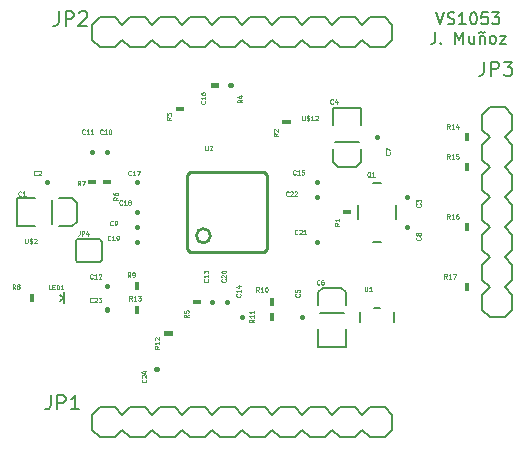
<source format=gbr>
%TF.GenerationSoftware,KiCad,Pcbnew,5.1.8-db9833491~87~ubuntu18.04.1*%
%TF.CreationDate,2020-11-08T14:36:31-03:00*%
%TF.ProjectId,DCI_TP,4443495f-5450-42e6-9b69-6361645f7063,1.0*%
%TF.SameCoordinates,Original*%
%TF.FileFunction,Legend,Top*%
%TF.FilePolarity,Positive*%
%FSLAX46Y46*%
G04 Gerber Fmt 4.6, Leading zero omitted, Abs format (unit mm)*
G04 Created by KiCad (PCBNEW 5.1.8-db9833491~87~ubuntu18.04.1) date 2020-11-08 14:36:31*
%MOMM*%
%LPD*%
G01*
G04 APERTURE LIST*
%ADD10C,0.150000*%
%ADD11C,0.203200*%
%ADD12C,0.254000*%
%ADD13C,0.100000*%
%ADD14C,0.152400*%
%ADD15C,0.406400*%
%ADD16C,0.127000*%
%ADD17C,0.032512*%
G04 APERTURE END LIST*
D10*
X163685714Y-86827380D02*
X164019047Y-87827380D01*
X164352380Y-86827380D01*
X164638095Y-87779761D02*
X164780952Y-87827380D01*
X165019047Y-87827380D01*
X165114285Y-87779761D01*
X165161904Y-87732142D01*
X165209523Y-87636904D01*
X165209523Y-87541666D01*
X165161904Y-87446428D01*
X165114285Y-87398809D01*
X165019047Y-87351190D01*
X164828571Y-87303571D01*
X164733333Y-87255952D01*
X164685714Y-87208333D01*
X164638095Y-87113095D01*
X164638095Y-87017857D01*
X164685714Y-86922619D01*
X164733333Y-86875000D01*
X164828571Y-86827380D01*
X165066666Y-86827380D01*
X165209523Y-86875000D01*
X166161904Y-87827380D02*
X165590476Y-87827380D01*
X165876190Y-87827380D02*
X165876190Y-86827380D01*
X165780952Y-86970238D01*
X165685714Y-87065476D01*
X165590476Y-87113095D01*
X166780952Y-86827380D02*
X166876190Y-86827380D01*
X166971428Y-86875000D01*
X167019047Y-86922619D01*
X167066666Y-87017857D01*
X167114285Y-87208333D01*
X167114285Y-87446428D01*
X167066666Y-87636904D01*
X167019047Y-87732142D01*
X166971428Y-87779761D01*
X166876190Y-87827380D01*
X166780952Y-87827380D01*
X166685714Y-87779761D01*
X166638095Y-87732142D01*
X166590476Y-87636904D01*
X166542857Y-87446428D01*
X166542857Y-87208333D01*
X166590476Y-87017857D01*
X166638095Y-86922619D01*
X166685714Y-86875000D01*
X166780952Y-86827380D01*
X168019047Y-86827380D02*
X167542857Y-86827380D01*
X167495238Y-87303571D01*
X167542857Y-87255952D01*
X167638095Y-87208333D01*
X167876190Y-87208333D01*
X167971428Y-87255952D01*
X168019047Y-87303571D01*
X168066666Y-87398809D01*
X168066666Y-87636904D01*
X168019047Y-87732142D01*
X167971428Y-87779761D01*
X167876190Y-87827380D01*
X167638095Y-87827380D01*
X167542857Y-87779761D01*
X167495238Y-87732142D01*
X168400000Y-86827380D02*
X169019047Y-86827380D01*
X168685714Y-87208333D01*
X168828571Y-87208333D01*
X168923809Y-87255952D01*
X168971428Y-87303571D01*
X169019047Y-87398809D01*
X169019047Y-87636904D01*
X168971428Y-87732142D01*
X168923809Y-87779761D01*
X168828571Y-87827380D01*
X168542857Y-87827380D01*
X168447619Y-87779761D01*
X168400000Y-87732142D01*
X163590476Y-88477380D02*
X163590476Y-89191666D01*
X163542857Y-89334523D01*
X163447619Y-89429761D01*
X163304761Y-89477380D01*
X163209523Y-89477380D01*
X164066666Y-89382142D02*
X164114285Y-89429761D01*
X164066666Y-89477380D01*
X164019047Y-89429761D01*
X164066666Y-89382142D01*
X164066666Y-89477380D01*
X165304761Y-89477380D02*
X165304761Y-88477380D01*
X165638095Y-89191666D01*
X165971428Y-88477380D01*
X165971428Y-89477380D01*
X166876190Y-88810714D02*
X166876190Y-89477380D01*
X166447619Y-88810714D02*
X166447619Y-89334523D01*
X166495238Y-89429761D01*
X166590476Y-89477380D01*
X166733333Y-89477380D01*
X166828571Y-89429761D01*
X166876190Y-89382142D01*
X167352380Y-88810714D02*
X167352380Y-89477380D01*
X167352380Y-88905952D02*
X167400000Y-88858333D01*
X167495238Y-88810714D01*
X167638095Y-88810714D01*
X167733333Y-88858333D01*
X167780952Y-88953571D01*
X167780952Y-89477380D01*
X167304761Y-88572619D02*
X167352380Y-88525000D01*
X167447619Y-88477380D01*
X167638095Y-88572619D01*
X167733333Y-88525000D01*
X167780952Y-88477380D01*
X168400000Y-89477380D02*
X168304761Y-89429761D01*
X168257142Y-89382142D01*
X168209523Y-89286904D01*
X168209523Y-89001190D01*
X168257142Y-88905952D01*
X168304761Y-88858333D01*
X168400000Y-88810714D01*
X168542857Y-88810714D01*
X168638095Y-88858333D01*
X168685714Y-88905952D01*
X168733333Y-89001190D01*
X168733333Y-89286904D01*
X168685714Y-89382142D01*
X168638095Y-89429761D01*
X168542857Y-89477380D01*
X168400000Y-89477380D01*
X169066666Y-88810714D02*
X169590476Y-88810714D01*
X169066666Y-89477380D01*
X169590476Y-89477380D01*
D11*
%TO.C,Q1*%
X157061000Y-104334000D02*
X157061000Y-103134000D01*
X158361000Y-101234000D02*
X158961000Y-101234000D01*
X160261000Y-103134000D02*
X160261000Y-104334000D01*
X158361000Y-106234000D02*
X158961000Y-106234000D01*
D12*
%TO.C,U2*%
X142586000Y-100634000D02*
X142861000Y-100359000D01*
X142861000Y-100359000D02*
X149061000Y-100359000D01*
X149061000Y-100359000D02*
X149336000Y-100634000D01*
X149336000Y-100634000D02*
X149336000Y-106834000D01*
X149336000Y-106834000D02*
X149061000Y-107109000D01*
X149061000Y-107109000D02*
X142861000Y-107109000D01*
X142861000Y-107109000D02*
X142586000Y-106834000D01*
X142586000Y-106834000D02*
X142586000Y-100634000D01*
X144561000Y-105734000D02*
G75*
G03*
X144561000Y-105734000I-600000J0D01*
G01*
D11*
%TO.C,U1*%
X160083400Y-112194600D02*
X160083400Y-113053400D01*
X157238600Y-113053400D02*
X157238600Y-112194600D01*
X158392600Y-111813600D02*
X158929400Y-111813600D01*
D13*
%TO.C,R17*%
G36*
X166077800Y-110439600D02*
G01*
X166484200Y-110439600D01*
X166484200Y-109728400D01*
X166077800Y-109728400D01*
X166077800Y-110439600D01*
G37*
%TO.C,R16*%
G36*
X166077800Y-105359600D02*
G01*
X166484200Y-105359600D01*
X166484200Y-104648400D01*
X166077800Y-104648400D01*
X166077800Y-105359600D01*
G37*
%TO.C,R15*%
G36*
X166077800Y-100279200D02*
G01*
X166484200Y-100279200D01*
X166484200Y-99568000D01*
X166077800Y-99568000D01*
X166077800Y-100279200D01*
G37*
%TO.C,R14*%
G36*
X166077800Y-97739200D02*
G01*
X166484200Y-97739200D01*
X166484200Y-97028000D01*
X166077800Y-97028000D01*
X166077800Y-97739200D01*
G37*
%TO.C,R13*%
G36*
X138544200Y-111644400D02*
G01*
X138137800Y-111644400D01*
X138137800Y-112355600D01*
X138544200Y-112355600D01*
X138544200Y-111644400D01*
G37*
%TO.C,R12*%
G36*
X140644400Y-113796800D02*
G01*
X140644400Y-114203200D01*
X141355600Y-114203200D01*
X141355600Y-113796800D01*
X140644400Y-113796800D01*
G37*
%TO.C,R11*%
G36*
X149974200Y-112268400D02*
G01*
X149567800Y-112268400D01*
X149567800Y-112979600D01*
X149974200Y-112979600D01*
X149974200Y-112268400D01*
G37*
%TO.C,R10*%
G36*
X149974200Y-110998400D02*
G01*
X149567800Y-110998400D01*
X149567800Y-111709600D01*
X149974200Y-111709600D01*
X149974200Y-110998400D01*
G37*
%TO.C,R9*%
G36*
X138544200Y-109644400D02*
G01*
X138137800Y-109644400D01*
X138137800Y-110355600D01*
X138544200Y-110355600D01*
X138544200Y-109644400D01*
G37*
%TO.C,R8*%
G36*
X129654200Y-110644400D02*
G01*
X129247800Y-110644400D01*
X129247800Y-111355600D01*
X129654200Y-111355600D01*
X129654200Y-110644400D01*
G37*
%TO.C,R7*%
G36*
X134175400Y-100990800D02*
G01*
X134175400Y-101397200D01*
X134886600Y-101397200D01*
X134886600Y-100990800D01*
X134175400Y-100990800D01*
G37*
%TO.C,R6*%
G36*
X135445400Y-100990800D02*
G01*
X135445400Y-101397200D01*
X136156600Y-101397200D01*
X136156600Y-100990800D01*
X135445400Y-100990800D01*
G37*
%TO.C,R5*%
G36*
X143776600Y-111557200D02*
G01*
X143776600Y-111150800D01*
X143065400Y-111150800D01*
X143065400Y-111557200D01*
X143776600Y-111557200D01*
G37*
%TO.C,R4*%
G36*
X144605400Y-92796800D02*
G01*
X144605400Y-93203200D01*
X145316600Y-93203200D01*
X145316600Y-92796800D01*
X144605400Y-92796800D01*
G37*
%TO.C,R3*%
G36*
X141644400Y-94796800D02*
G01*
X141644400Y-95203200D01*
X142355600Y-95203200D01*
X142355600Y-94796800D01*
X141644400Y-94796800D01*
G37*
%TO.C,R2*%
G36*
X151355600Y-96316800D02*
G01*
X151355600Y-95910400D01*
X150644400Y-95910400D01*
X150644400Y-96316800D01*
X151355600Y-96316800D01*
G37*
%TO.C,R1*%
G36*
X156476600Y-103937200D02*
G01*
X156476600Y-103530800D01*
X155765400Y-103530800D01*
X155765400Y-103937200D01*
X156476600Y-103937200D01*
G37*
D11*
%TO.C,LED1*%
X132170000Y-111460000D02*
X132170000Y-111000000D01*
X132170000Y-110540000D02*
X132170000Y-111000000D01*
X132170000Y-111000000D02*
X131860000Y-111233800D01*
X132154600Y-110974600D02*
X131860000Y-110781600D01*
D14*
%TO.C,JP4*%
X135050000Y-108000000D02*
X133450000Y-108000000D01*
X135350000Y-107750000D02*
X135350000Y-106250000D01*
X133150000Y-107750000D02*
X133150000Y-106250000D01*
X133450000Y-106000000D02*
X135050000Y-106000000D01*
X135350000Y-107750000D02*
G75*
G02*
X135050000Y-108000000I-275000J25000D01*
G01*
X133450002Y-108000000D02*
G75*
G02*
X133150000Y-107750000I-25251J274701D01*
G01*
X133450000Y-106000000D02*
G75*
G03*
X133150000Y-106250000I-25000J-275000D01*
G01*
X135350000Y-106250000D02*
G75*
G03*
X135050000Y-106000000I-275000J-25000D01*
G01*
D11*
%TO.C,JP3*%
X167551000Y-96749000D02*
X167551000Y-95479000D01*
X167551000Y-95479000D02*
X168186000Y-94844000D01*
X169456000Y-94844000D02*
X170091000Y-95479000D01*
X168186000Y-99924000D02*
X167551000Y-99289000D01*
X167551000Y-99289000D02*
X167551000Y-98019000D01*
X167551000Y-98019000D02*
X168186000Y-97384000D01*
X169456000Y-97384000D02*
X170091000Y-98019000D01*
X170091000Y-98019000D02*
X170091000Y-99289000D01*
X170091000Y-99289000D02*
X169456000Y-99924000D01*
X167551000Y-96749000D02*
X168186000Y-97384000D01*
X169456000Y-97384000D02*
X170091000Y-96749000D01*
X170091000Y-95479000D02*
X170091000Y-96749000D01*
X167551000Y-104369000D02*
X167551000Y-103099000D01*
X167551000Y-103099000D02*
X168186000Y-102464000D01*
X169456000Y-102464000D02*
X170091000Y-103099000D01*
X168186000Y-102464000D02*
X167551000Y-101829000D01*
X167551000Y-101829000D02*
X167551000Y-100559000D01*
X167551000Y-100559000D02*
X168186000Y-99924000D01*
X169456000Y-99924000D02*
X170091000Y-100559000D01*
X170091000Y-100559000D02*
X170091000Y-101829000D01*
X170091000Y-101829000D02*
X169456000Y-102464000D01*
X168186000Y-107544000D02*
X167551000Y-106909000D01*
X167551000Y-106909000D02*
X167551000Y-105639000D01*
X167551000Y-105639000D02*
X168186000Y-105004000D01*
X169456000Y-105004000D02*
X170091000Y-105639000D01*
X170091000Y-105639000D02*
X170091000Y-106909000D01*
X170091000Y-106909000D02*
X169456000Y-107544000D01*
X167551000Y-104369000D02*
X168186000Y-105004000D01*
X169456000Y-105004000D02*
X170091000Y-104369000D01*
X170091000Y-103099000D02*
X170091000Y-104369000D01*
X167551000Y-111989000D02*
X167551000Y-110719000D01*
X167551000Y-110719000D02*
X168186000Y-110084000D01*
X169456000Y-110084000D02*
X170091000Y-110719000D01*
X168186000Y-110084000D02*
X167551000Y-109449000D01*
X167551000Y-109449000D02*
X167551000Y-108179000D01*
X167551000Y-108179000D02*
X168186000Y-107544000D01*
X169456000Y-107544000D02*
X170091000Y-108179000D01*
X170091000Y-108179000D02*
X170091000Y-109449000D01*
X170091000Y-109449000D02*
X169456000Y-110084000D01*
X168186000Y-112624000D02*
X169456000Y-112624000D01*
X167551000Y-111989000D02*
X168186000Y-112624000D01*
X169456000Y-112624000D02*
X170091000Y-111989000D01*
X170091000Y-110719000D02*
X170091000Y-111989000D01*
X168186000Y-94844000D02*
X169456000Y-94844000D01*
%TO.C,JP2*%
X150406000Y-87223600D02*
X151676000Y-87223600D01*
X151676000Y-87223600D02*
X152311000Y-87858600D01*
X152311000Y-89128600D02*
X151676000Y-89763600D01*
X147231000Y-87858600D02*
X147866000Y-87223600D01*
X147866000Y-87223600D02*
X149136000Y-87223600D01*
X149136000Y-87223600D02*
X149771000Y-87858600D01*
X149771000Y-89128600D02*
X149136000Y-89763600D01*
X149136000Y-89763600D02*
X147866000Y-89763600D01*
X147866000Y-89763600D02*
X147231000Y-89128600D01*
X150406000Y-87223600D02*
X149771000Y-87858600D01*
X149771000Y-89128600D02*
X150406000Y-89763600D01*
X151676000Y-89763600D02*
X150406000Y-89763600D01*
X142786000Y-87223600D02*
X144056000Y-87223600D01*
X144056000Y-87223600D02*
X144691000Y-87858600D01*
X144691000Y-89128600D02*
X144056000Y-89763600D01*
X144691000Y-87858600D02*
X145326000Y-87223600D01*
X145326000Y-87223600D02*
X146596000Y-87223600D01*
X146596000Y-87223600D02*
X147231000Y-87858600D01*
X147231000Y-89128600D02*
X146596000Y-89763600D01*
X146596000Y-89763600D02*
X145326000Y-89763600D01*
X145326000Y-89763600D02*
X144691000Y-89128600D01*
X139611000Y-87858600D02*
X140246000Y-87223600D01*
X140246000Y-87223600D02*
X141516000Y-87223600D01*
X141516000Y-87223600D02*
X142151000Y-87858600D01*
X142151000Y-89128600D02*
X141516000Y-89763600D01*
X141516000Y-89763600D02*
X140246000Y-89763600D01*
X140246000Y-89763600D02*
X139611000Y-89128600D01*
X142786000Y-87223600D02*
X142151000Y-87858600D01*
X142151000Y-89128600D02*
X142786000Y-89763600D01*
X144056000Y-89763600D02*
X142786000Y-89763600D01*
X135166000Y-87223600D02*
X136436000Y-87223600D01*
X136436000Y-87223600D02*
X137071000Y-87858600D01*
X137071000Y-89128600D02*
X136436000Y-89763600D01*
X137071000Y-87858600D02*
X137706000Y-87223600D01*
X137706000Y-87223600D02*
X138976000Y-87223600D01*
X138976000Y-87223600D02*
X139611000Y-87858600D01*
X139611000Y-89128600D02*
X138976000Y-89763600D01*
X138976000Y-89763600D02*
X137706000Y-89763600D01*
X137706000Y-89763600D02*
X137071000Y-89128600D01*
X134531000Y-87858600D02*
X134531000Y-89128600D01*
X135166000Y-87223600D02*
X134531000Y-87858600D01*
X134531000Y-89128600D02*
X135166000Y-89763600D01*
X136436000Y-89763600D02*
X135166000Y-89763600D01*
X152946000Y-87223600D02*
X154216000Y-87223600D01*
X154216000Y-87223600D02*
X154851000Y-87858600D01*
X154851000Y-89128600D02*
X154216000Y-89763600D01*
X152946000Y-87223600D02*
X152311000Y-87858600D01*
X152311000Y-89128600D02*
X152946000Y-89763600D01*
X154216000Y-89763600D02*
X152946000Y-89763600D01*
X155486000Y-87223600D02*
X156756000Y-87223600D01*
X156756000Y-87223600D02*
X157391000Y-87858600D01*
X157391000Y-89128600D02*
X156756000Y-89763600D01*
X155486000Y-87223600D02*
X154851000Y-87858600D01*
X154851000Y-89128600D02*
X155486000Y-89763600D01*
X156756000Y-89763600D02*
X155486000Y-89763600D01*
X158026000Y-87223600D02*
X159296000Y-87223600D01*
X159296000Y-87223600D02*
X159931000Y-87858600D01*
X159931000Y-87858600D02*
X159931000Y-89128600D01*
X159931000Y-89128600D02*
X159296000Y-89763600D01*
X158026000Y-87223600D02*
X157391000Y-87858600D01*
X157391000Y-89128600D02*
X158026000Y-89763600D01*
X159296000Y-89763600D02*
X158026000Y-89763600D01*
%TO.C,JP1*%
X144056000Y-122784000D02*
X142786000Y-122784000D01*
X142786000Y-122784000D02*
X142151000Y-122149000D01*
X142151000Y-120879000D02*
X142786000Y-120244000D01*
X147231000Y-122149000D02*
X146596000Y-122784000D01*
X146596000Y-122784000D02*
X145326000Y-122784000D01*
X145326000Y-122784000D02*
X144691000Y-122149000D01*
X144691000Y-120879000D02*
X145326000Y-120244000D01*
X145326000Y-120244000D02*
X146596000Y-120244000D01*
X146596000Y-120244000D02*
X147231000Y-120879000D01*
X144056000Y-122784000D02*
X144691000Y-122149000D01*
X144691000Y-120879000D02*
X144056000Y-120244000D01*
X142786000Y-120244000D02*
X144056000Y-120244000D01*
X151676000Y-122784000D02*
X150406000Y-122784000D01*
X150406000Y-122784000D02*
X149771000Y-122149000D01*
X149771000Y-120879000D02*
X150406000Y-120244000D01*
X149771000Y-122149000D02*
X149136000Y-122784000D01*
X149136000Y-122784000D02*
X147866000Y-122784000D01*
X147866000Y-122784000D02*
X147231000Y-122149000D01*
X147231000Y-120879000D02*
X147866000Y-120244000D01*
X147866000Y-120244000D02*
X149136000Y-120244000D01*
X149136000Y-120244000D02*
X149771000Y-120879000D01*
X154851000Y-122149000D02*
X154216000Y-122784000D01*
X154216000Y-122784000D02*
X152946000Y-122784000D01*
X152946000Y-122784000D02*
X152311000Y-122149000D01*
X152311000Y-120879000D02*
X152946000Y-120244000D01*
X152946000Y-120244000D02*
X154216000Y-120244000D01*
X154216000Y-120244000D02*
X154851000Y-120879000D01*
X151676000Y-122784000D02*
X152311000Y-122149000D01*
X152311000Y-120879000D02*
X151676000Y-120244000D01*
X150406000Y-120244000D02*
X151676000Y-120244000D01*
X159296000Y-122784000D02*
X158026000Y-122784000D01*
X158026000Y-122784000D02*
X157391000Y-122149000D01*
X157391000Y-120879000D02*
X158026000Y-120244000D01*
X157391000Y-122149000D02*
X156756000Y-122784000D01*
X156756000Y-122784000D02*
X155486000Y-122784000D01*
X155486000Y-122784000D02*
X154851000Y-122149000D01*
X154851000Y-120879000D02*
X155486000Y-120244000D01*
X155486000Y-120244000D02*
X156756000Y-120244000D01*
X156756000Y-120244000D02*
X157391000Y-120879000D01*
X159931000Y-122149000D02*
X159931000Y-120879000D01*
X159296000Y-122784000D02*
X159931000Y-122149000D01*
X159931000Y-120879000D02*
X159296000Y-120244000D01*
X158026000Y-120244000D02*
X159296000Y-120244000D01*
X141516000Y-122784000D02*
X140246000Y-122784000D01*
X140246000Y-122784000D02*
X139611000Y-122149000D01*
X139611000Y-120879000D02*
X140246000Y-120244000D01*
X141516000Y-122784000D02*
X142151000Y-122149000D01*
X142151000Y-120879000D02*
X141516000Y-120244000D01*
X140246000Y-120244000D02*
X141516000Y-120244000D01*
X138976000Y-122784000D02*
X137706000Y-122784000D01*
X137706000Y-122784000D02*
X137071000Y-122149000D01*
X137071000Y-120879000D02*
X137706000Y-120244000D01*
X138976000Y-122784000D02*
X139611000Y-122149000D01*
X139611000Y-120879000D02*
X138976000Y-120244000D01*
X137706000Y-120244000D02*
X138976000Y-120244000D01*
X136436000Y-122784000D02*
X135166000Y-122784000D01*
X135166000Y-122784000D02*
X134531000Y-122149000D01*
X134531000Y-122149000D02*
X134531000Y-120879000D01*
X134531000Y-120879000D02*
X135166000Y-120244000D01*
X136436000Y-122784000D02*
X137071000Y-122149000D01*
X137071000Y-120879000D02*
X136436000Y-120244000D01*
X135166000Y-120244000D02*
X136436000Y-120244000D01*
D15*
%TO.C,C24*%
X140030500Y-117000000D02*
X139969500Y-117000000D01*
%TO.C,C23*%
X135801000Y-112030500D02*
X135801000Y-111969500D01*
%TO.C,C22*%
X153581000Y-102433500D02*
X153581000Y-102494500D01*
%TO.C,C21*%
X153581000Y-106243500D02*
X153581000Y-106304500D01*
%TO.C,C20*%
X145991500Y-111354000D02*
X145930500Y-111354000D01*
%TO.C,C19*%
X138341000Y-106304500D02*
X138341000Y-106243500D01*
%TO.C,C18*%
X138341000Y-103764500D02*
X138341000Y-103703500D01*
%TO.C,C17*%
X138341000Y-101224500D02*
X138341000Y-101163500D01*
%TO.C,C16*%
X146200500Y-93000000D02*
X146261500Y-93000000D01*
%TO.C,C15*%
X153581000Y-101163500D02*
X153581000Y-101224500D01*
%TO.C,C14*%
X147261500Y-112624000D02*
X147200500Y-112624000D01*
%TO.C,C13*%
X144721500Y-111354000D02*
X144660500Y-111354000D01*
%TO.C,C12*%
X135801000Y-110030500D02*
X135801000Y-109969500D01*
%TO.C,C11*%
X134500500Y-98653600D02*
X134561500Y-98653600D01*
%TO.C,C10*%
X135770500Y-98653600D02*
X135831500Y-98653600D01*
%TO.C,C9*%
X138341000Y-104973500D02*
X138341000Y-105034500D01*
%TO.C,C8*%
X161231500Y-105004000D02*
X161170500Y-105004000D01*
%TO.C,C7*%
X158630500Y-97383600D02*
X158691500Y-97383600D01*
D11*
%TO.C,C6*%
X156051000Y-113624000D02*
X156051000Y-115124000D01*
X156051000Y-115124000D02*
X153651000Y-115124000D01*
X153651000Y-115124000D02*
X153651000Y-113624000D01*
X156051000Y-111624000D02*
X156051000Y-110524000D01*
X156051000Y-110524000D02*
X155651000Y-110124000D01*
X155651000Y-110124000D02*
X154051000Y-110124000D01*
X154051000Y-110124000D02*
X153651000Y-110524000D01*
X153651000Y-110524000D02*
X153651000Y-111624000D01*
D16*
X153835000Y-112243000D02*
X155867000Y-112243000D01*
D15*
%TO.C,C5*%
X152341500Y-112624000D02*
X152280500Y-112624000D01*
D11*
%TO.C,C4*%
X154921000Y-96383600D02*
X154921000Y-94883600D01*
X154921000Y-94883600D02*
X157321000Y-94883600D01*
X157321000Y-94883600D02*
X157321000Y-96383600D01*
X154921000Y-98383600D02*
X154921000Y-99483600D01*
X154921000Y-99483600D02*
X155321000Y-99883600D01*
X155321000Y-99883600D02*
X156921000Y-99883600D01*
X156921000Y-99883600D02*
X157321000Y-99483600D01*
X157321000Y-99483600D02*
X157321000Y-98383600D01*
D16*
X157137000Y-97764600D02*
X155105000Y-97764600D01*
D15*
%TO.C,C3*%
X161231500Y-102464000D02*
X161170500Y-102464000D01*
%TO.C,C2*%
X130721000Y-101224500D02*
X130721000Y-101163500D01*
D11*
%TO.C,C1*%
X129721000Y-104934000D02*
X128221000Y-104934000D01*
X128221000Y-104934000D02*
X128221000Y-102534000D01*
X128221000Y-102534000D02*
X129721000Y-102534000D01*
X131721000Y-104934000D02*
X132821000Y-104934000D01*
X132821000Y-104934000D02*
X133221000Y-104534000D01*
X133221000Y-104534000D02*
X133221000Y-102934000D01*
X133221000Y-102934000D02*
X132821000Y-102534000D01*
X132821000Y-102534000D02*
X131721000Y-102534000D01*
D16*
X131102000Y-102718000D02*
X131102000Y-104750000D01*
%TO.C,Q1*%
D17*
X158120443Y-100768384D02*
X158083673Y-100750000D01*
X158046904Y-100713230D01*
X157991749Y-100658076D01*
X157954980Y-100639691D01*
X157918210Y-100639691D01*
X157936595Y-100731615D02*
X157899826Y-100713230D01*
X157863056Y-100676460D01*
X157844671Y-100602921D01*
X157844671Y-100474228D01*
X157863056Y-100400689D01*
X157899826Y-100363920D01*
X157936595Y-100345535D01*
X158010134Y-100345535D01*
X158046904Y-100363920D01*
X158083673Y-100400689D01*
X158102058Y-100474228D01*
X158102058Y-100602921D01*
X158083673Y-100676460D01*
X158046904Y-100713230D01*
X158010134Y-100731615D01*
X157936595Y-100731615D01*
X158469753Y-100731615D02*
X158249136Y-100731615D01*
X158359445Y-100731615D02*
X158359445Y-100345535D01*
X158322675Y-100400689D01*
X158285906Y-100437459D01*
X158249136Y-100455843D01*
%TO.C,U$12*%
X152313056Y-95581615D02*
X152313056Y-95894156D01*
X152331441Y-95930925D01*
X152349826Y-95949310D01*
X152386595Y-95967695D01*
X152460134Y-95967695D01*
X152496904Y-95949310D01*
X152515288Y-95930925D01*
X152533673Y-95894156D01*
X152533673Y-95581615D01*
X152699136Y-95949310D02*
X152754290Y-95967695D01*
X152846214Y-95967695D01*
X152882984Y-95949310D01*
X152901368Y-95930925D01*
X152919753Y-95894156D01*
X152919753Y-95857386D01*
X152901368Y-95820617D01*
X152882984Y-95802232D01*
X152846214Y-95783847D01*
X152772675Y-95765462D01*
X152735906Y-95747078D01*
X152717521Y-95728693D01*
X152699136Y-95691923D01*
X152699136Y-95655154D01*
X152717521Y-95618384D01*
X152735906Y-95600000D01*
X152772675Y-95581615D01*
X152864599Y-95581615D01*
X152919753Y-95600000D01*
X152809445Y-95526460D02*
X152809445Y-96022849D01*
X153287448Y-95967695D02*
X153066831Y-95967695D01*
X153177140Y-95967695D02*
X153177140Y-95581615D01*
X153140370Y-95636769D01*
X153103601Y-95673539D01*
X153066831Y-95691923D01*
X153434527Y-95618384D02*
X153452911Y-95600000D01*
X153489681Y-95581615D01*
X153581605Y-95581615D01*
X153618374Y-95600000D01*
X153636759Y-95618384D01*
X153655144Y-95655154D01*
X153655144Y-95691923D01*
X153636759Y-95747078D01*
X153416142Y-95967695D01*
X153655144Y-95967695D01*
%TO.C,U$2*%
X128863056Y-105981615D02*
X128863056Y-106294156D01*
X128881441Y-106330925D01*
X128899826Y-106349310D01*
X128936595Y-106367695D01*
X129010134Y-106367695D01*
X129046904Y-106349310D01*
X129065288Y-106330925D01*
X129083673Y-106294156D01*
X129083673Y-105981615D01*
X129249136Y-106349310D02*
X129304290Y-106367695D01*
X129396214Y-106367695D01*
X129432984Y-106349310D01*
X129451368Y-106330925D01*
X129469753Y-106294156D01*
X129469753Y-106257386D01*
X129451368Y-106220617D01*
X129432984Y-106202232D01*
X129396214Y-106183847D01*
X129322675Y-106165462D01*
X129285906Y-106147078D01*
X129267521Y-106128693D01*
X129249136Y-106091923D01*
X129249136Y-106055154D01*
X129267521Y-106018384D01*
X129285906Y-106000000D01*
X129322675Y-105981615D01*
X129414599Y-105981615D01*
X129469753Y-106000000D01*
X129359445Y-105926460D02*
X129359445Y-106422849D01*
X129616831Y-106018384D02*
X129635216Y-106000000D01*
X129671986Y-105981615D01*
X129763909Y-105981615D01*
X129800679Y-106000000D01*
X129819064Y-106018384D01*
X129837448Y-106055154D01*
X129837448Y-106091923D01*
X129819064Y-106147078D01*
X129598447Y-106367695D01*
X129837448Y-106367695D01*
%TO.C,U2*%
X144113056Y-98095535D02*
X144113056Y-98408076D01*
X144131441Y-98444845D01*
X144149826Y-98463230D01*
X144186595Y-98481615D01*
X144260134Y-98481615D01*
X144296904Y-98463230D01*
X144315288Y-98444845D01*
X144333673Y-98408076D01*
X144333673Y-98095535D01*
X144499136Y-98132304D02*
X144517521Y-98113920D01*
X144554290Y-98095535D01*
X144646214Y-98095535D01*
X144682984Y-98113920D01*
X144701368Y-98132304D01*
X144719753Y-98169074D01*
X144719753Y-98205843D01*
X144701368Y-98260998D01*
X144480751Y-98481615D01*
X144719753Y-98481615D01*
%TO.C,U1*%
X157613056Y-110060535D02*
X157613056Y-110373076D01*
X157631441Y-110409845D01*
X157649826Y-110428230D01*
X157686595Y-110446615D01*
X157760134Y-110446615D01*
X157796904Y-110428230D01*
X157815288Y-110409845D01*
X157833673Y-110373076D01*
X157833673Y-110060535D01*
X158219753Y-110446615D02*
X157999136Y-110446615D01*
X158109445Y-110446615D02*
X158109445Y-110060535D01*
X158072675Y-110115689D01*
X158035906Y-110152459D01*
X157999136Y-110170843D01*
%TO.C,R17*%
X164583673Y-109367115D02*
X164454980Y-109183267D01*
X164363056Y-109367115D02*
X164363056Y-108981035D01*
X164510134Y-108981035D01*
X164546904Y-108999420D01*
X164565288Y-109017804D01*
X164583673Y-109054574D01*
X164583673Y-109109728D01*
X164565288Y-109146498D01*
X164546904Y-109164882D01*
X164510134Y-109183267D01*
X164363056Y-109183267D01*
X164951368Y-109367115D02*
X164730751Y-109367115D01*
X164841060Y-109367115D02*
X164841060Y-108981035D01*
X164804290Y-109036189D01*
X164767521Y-109072959D01*
X164730751Y-109091343D01*
X165080062Y-108981035D02*
X165337448Y-108981035D01*
X165171986Y-109367115D01*
%TO.C,R16*%
X164833673Y-104287115D02*
X164704980Y-104103267D01*
X164613056Y-104287115D02*
X164613056Y-103901035D01*
X164760134Y-103901035D01*
X164796904Y-103919420D01*
X164815288Y-103937804D01*
X164833673Y-103974574D01*
X164833673Y-104029728D01*
X164815288Y-104066498D01*
X164796904Y-104084882D01*
X164760134Y-104103267D01*
X164613056Y-104103267D01*
X165201368Y-104287115D02*
X164980751Y-104287115D01*
X165091060Y-104287115D02*
X165091060Y-103901035D01*
X165054290Y-103956189D01*
X165017521Y-103992959D01*
X164980751Y-104011343D01*
X165532294Y-103901035D02*
X165458755Y-103901035D01*
X165421986Y-103919420D01*
X165403601Y-103937804D01*
X165366831Y-103992959D01*
X165348447Y-104066498D01*
X165348447Y-104213576D01*
X165366831Y-104250345D01*
X165385216Y-104268730D01*
X165421986Y-104287115D01*
X165495525Y-104287115D01*
X165532294Y-104268730D01*
X165550679Y-104250345D01*
X165569064Y-104213576D01*
X165569064Y-104121652D01*
X165550679Y-104084882D01*
X165532294Y-104066498D01*
X165495525Y-104048113D01*
X165421986Y-104048113D01*
X165385216Y-104066498D01*
X165366831Y-104084882D01*
X165348447Y-104121652D01*
%TO.C,R15*%
X164833673Y-99206715D02*
X164704980Y-99022867D01*
X164613056Y-99206715D02*
X164613056Y-98820635D01*
X164760134Y-98820635D01*
X164796904Y-98839020D01*
X164815288Y-98857404D01*
X164833673Y-98894174D01*
X164833673Y-98949328D01*
X164815288Y-98986098D01*
X164796904Y-99004482D01*
X164760134Y-99022867D01*
X164613056Y-99022867D01*
X165201368Y-99206715D02*
X164980751Y-99206715D01*
X165091060Y-99206715D02*
X165091060Y-98820635D01*
X165054290Y-98875789D01*
X165017521Y-98912559D01*
X164980751Y-98930943D01*
X165550679Y-98820635D02*
X165366831Y-98820635D01*
X165348447Y-99004482D01*
X165366831Y-98986098D01*
X165403601Y-98967713D01*
X165495525Y-98967713D01*
X165532294Y-98986098D01*
X165550679Y-99004482D01*
X165569064Y-99041252D01*
X165569064Y-99133176D01*
X165550679Y-99169945D01*
X165532294Y-99188330D01*
X165495525Y-99206715D01*
X165403601Y-99206715D01*
X165366831Y-99188330D01*
X165348447Y-99169945D01*
%TO.C,R14*%
X164833673Y-96666715D02*
X164704980Y-96482867D01*
X164613056Y-96666715D02*
X164613056Y-96280635D01*
X164760134Y-96280635D01*
X164796904Y-96299020D01*
X164815288Y-96317404D01*
X164833673Y-96354174D01*
X164833673Y-96409328D01*
X164815288Y-96446098D01*
X164796904Y-96464482D01*
X164760134Y-96482867D01*
X164613056Y-96482867D01*
X165201368Y-96666715D02*
X164980751Y-96666715D01*
X165091060Y-96666715D02*
X165091060Y-96280635D01*
X165054290Y-96335789D01*
X165017521Y-96372559D01*
X164980751Y-96390943D01*
X165532294Y-96409328D02*
X165532294Y-96666715D01*
X165440370Y-96262250D02*
X165348447Y-96538021D01*
X165587448Y-96538021D01*
%TO.C,R13*%
X137919937Y-111231615D02*
X137791244Y-111047767D01*
X137699320Y-111231615D02*
X137699320Y-110845535D01*
X137846398Y-110845535D01*
X137883168Y-110863920D01*
X137901552Y-110882304D01*
X137919937Y-110919074D01*
X137919937Y-110974228D01*
X137901552Y-111010998D01*
X137883168Y-111029382D01*
X137846398Y-111047767D01*
X137699320Y-111047767D01*
X138287632Y-111231615D02*
X138067015Y-111231615D01*
X138177324Y-111231615D02*
X138177324Y-110845535D01*
X138140554Y-110900689D01*
X138103785Y-110937459D01*
X138067015Y-110955843D01*
X138416326Y-110845535D02*
X138655328Y-110845535D01*
X138526634Y-110992613D01*
X138581789Y-110992613D01*
X138618558Y-111010998D01*
X138636943Y-111029382D01*
X138655328Y-111066152D01*
X138655328Y-111158076D01*
X138636943Y-111194845D01*
X138618558Y-111213230D01*
X138581789Y-111231615D01*
X138471480Y-111231615D01*
X138434711Y-111213230D01*
X138416326Y-111194845D01*
%TO.C,R12*%
X140231615Y-115080062D02*
X140047767Y-115208755D01*
X140231615Y-115300679D02*
X139845535Y-115300679D01*
X139845535Y-115153601D01*
X139863920Y-115116831D01*
X139882304Y-115098447D01*
X139919074Y-115080062D01*
X139974228Y-115080062D01*
X140010998Y-115098447D01*
X140029382Y-115116831D01*
X140047767Y-115153601D01*
X140047767Y-115300679D01*
X140231615Y-114712367D02*
X140231615Y-114932984D01*
X140231615Y-114822675D02*
X139845535Y-114822675D01*
X139900689Y-114859445D01*
X139937459Y-114896214D01*
X139955843Y-114932984D01*
X139882304Y-114565288D02*
X139863920Y-114546904D01*
X139845535Y-114510134D01*
X139845535Y-114418210D01*
X139863920Y-114381441D01*
X139882304Y-114363056D01*
X139919074Y-114344671D01*
X139955843Y-114344671D01*
X140010998Y-114363056D01*
X140231615Y-114583673D01*
X140231615Y-114344671D01*
%TO.C,R11*%
X148231615Y-112830062D02*
X148047767Y-112958755D01*
X148231615Y-113050679D02*
X147845535Y-113050679D01*
X147845535Y-112903601D01*
X147863920Y-112866831D01*
X147882304Y-112848447D01*
X147919074Y-112830062D01*
X147974228Y-112830062D01*
X148010998Y-112848447D01*
X148029382Y-112866831D01*
X148047767Y-112903601D01*
X148047767Y-113050679D01*
X148231615Y-112462367D02*
X148231615Y-112682984D01*
X148231615Y-112572675D02*
X147845535Y-112572675D01*
X147900689Y-112609445D01*
X147937459Y-112646214D01*
X147955843Y-112682984D01*
X148231615Y-112094671D02*
X148231615Y-112315288D01*
X148231615Y-112204980D02*
X147845535Y-112204980D01*
X147900689Y-112241749D01*
X147937459Y-112278519D01*
X147955843Y-112315288D01*
%TO.C,R10*%
X148669937Y-110481615D02*
X148541244Y-110297767D01*
X148449320Y-110481615D02*
X148449320Y-110095535D01*
X148596398Y-110095535D01*
X148633168Y-110113920D01*
X148651552Y-110132304D01*
X148669937Y-110169074D01*
X148669937Y-110224228D01*
X148651552Y-110260998D01*
X148633168Y-110279382D01*
X148596398Y-110297767D01*
X148449320Y-110297767D01*
X149037632Y-110481615D02*
X148817015Y-110481615D01*
X148927324Y-110481615D02*
X148927324Y-110095535D01*
X148890554Y-110150689D01*
X148853785Y-110187459D01*
X148817015Y-110205843D01*
X149276634Y-110095535D02*
X149313404Y-110095535D01*
X149350173Y-110113920D01*
X149368558Y-110132304D01*
X149386943Y-110169074D01*
X149405328Y-110242613D01*
X149405328Y-110334537D01*
X149386943Y-110408076D01*
X149368558Y-110444845D01*
X149350173Y-110463230D01*
X149313404Y-110481615D01*
X149276634Y-110481615D01*
X149239865Y-110463230D01*
X149221480Y-110444845D01*
X149203095Y-110408076D01*
X149184711Y-110334537D01*
X149184711Y-110242613D01*
X149203095Y-110169074D01*
X149221480Y-110132304D01*
X149239865Y-110113920D01*
X149276634Y-110095535D01*
%TO.C,R9*%
X137787632Y-109231615D02*
X137658939Y-109047767D01*
X137567015Y-109231615D02*
X137567015Y-108845535D01*
X137714093Y-108845535D01*
X137750863Y-108863920D01*
X137769248Y-108882304D01*
X137787632Y-108919074D01*
X137787632Y-108974228D01*
X137769248Y-109010998D01*
X137750863Y-109029382D01*
X137714093Y-109047767D01*
X137567015Y-109047767D01*
X137971480Y-109231615D02*
X138045019Y-109231615D01*
X138081789Y-109213230D01*
X138100173Y-109194845D01*
X138136943Y-109139691D01*
X138155328Y-109066152D01*
X138155328Y-108919074D01*
X138136943Y-108882304D01*
X138118558Y-108863920D01*
X138081789Y-108845535D01*
X138008250Y-108845535D01*
X137971480Y-108863920D01*
X137953095Y-108882304D01*
X137934711Y-108919074D01*
X137934711Y-109010998D01*
X137953095Y-109047767D01*
X137971480Y-109066152D01*
X138008250Y-109084537D01*
X138081789Y-109084537D01*
X138118558Y-109066152D01*
X138136943Y-109047767D01*
X138155328Y-109010998D01*
%TO.C,R8*%
X128037632Y-110231615D02*
X127908939Y-110047767D01*
X127817015Y-110231615D02*
X127817015Y-109845535D01*
X127964093Y-109845535D01*
X128000863Y-109863920D01*
X128019248Y-109882304D01*
X128037632Y-109919074D01*
X128037632Y-109974228D01*
X128019248Y-110010998D01*
X128000863Y-110029382D01*
X127964093Y-110047767D01*
X127817015Y-110047767D01*
X128258250Y-110010998D02*
X128221480Y-109992613D01*
X128203095Y-109974228D01*
X128184711Y-109937459D01*
X128184711Y-109919074D01*
X128203095Y-109882304D01*
X128221480Y-109863920D01*
X128258250Y-109845535D01*
X128331789Y-109845535D01*
X128368558Y-109863920D01*
X128386943Y-109882304D01*
X128405328Y-109919074D01*
X128405328Y-109937459D01*
X128386943Y-109974228D01*
X128368558Y-109992613D01*
X128331789Y-110010998D01*
X128258250Y-110010998D01*
X128221480Y-110029382D01*
X128203095Y-110047767D01*
X128184711Y-110084537D01*
X128184711Y-110158076D01*
X128203095Y-110194845D01*
X128221480Y-110213230D01*
X128258250Y-110231615D01*
X128331789Y-110231615D01*
X128368558Y-110213230D01*
X128386943Y-110194845D01*
X128405328Y-110158076D01*
X128405328Y-110084537D01*
X128386943Y-110047767D01*
X128368558Y-110029382D01*
X128331789Y-110010998D01*
%TO.C,R7*%
X133537632Y-101481615D02*
X133408939Y-101297767D01*
X133317015Y-101481615D02*
X133317015Y-101095535D01*
X133464093Y-101095535D01*
X133500863Y-101113920D01*
X133519248Y-101132304D01*
X133537632Y-101169074D01*
X133537632Y-101224228D01*
X133519248Y-101260998D01*
X133500863Y-101279382D01*
X133464093Y-101297767D01*
X133317015Y-101297767D01*
X133666326Y-101095535D02*
X133923712Y-101095535D01*
X133758250Y-101481615D01*
%TO.C,R6*%
X136731615Y-102462367D02*
X136547767Y-102591060D01*
X136731615Y-102682984D02*
X136345535Y-102682984D01*
X136345535Y-102535906D01*
X136363920Y-102499136D01*
X136382304Y-102480751D01*
X136419074Y-102462367D01*
X136474228Y-102462367D01*
X136510998Y-102480751D01*
X136529382Y-102499136D01*
X136547767Y-102535906D01*
X136547767Y-102682984D01*
X136345535Y-102131441D02*
X136345535Y-102204980D01*
X136363920Y-102241749D01*
X136382304Y-102260134D01*
X136437459Y-102296904D01*
X136510998Y-102315288D01*
X136658076Y-102315288D01*
X136694845Y-102296904D01*
X136713230Y-102278519D01*
X136731615Y-102241749D01*
X136731615Y-102168210D01*
X136713230Y-102131441D01*
X136694845Y-102113056D01*
X136658076Y-102094671D01*
X136566152Y-102094671D01*
X136529382Y-102113056D01*
X136510998Y-102131441D01*
X136492613Y-102168210D01*
X136492613Y-102241749D01*
X136510998Y-102278519D01*
X136529382Y-102296904D01*
X136566152Y-102315288D01*
%TO.C,R5*%
X142704115Y-112416326D02*
X142520267Y-112545019D01*
X142704115Y-112636943D02*
X142318035Y-112636943D01*
X142318035Y-112489865D01*
X142336420Y-112453095D01*
X142354804Y-112434711D01*
X142391574Y-112416326D01*
X142446728Y-112416326D01*
X142483498Y-112434711D01*
X142501882Y-112453095D01*
X142520267Y-112489865D01*
X142520267Y-112636943D01*
X142318035Y-112067015D02*
X142318035Y-112250863D01*
X142501882Y-112269248D01*
X142483498Y-112250863D01*
X142465113Y-112214093D01*
X142465113Y-112122170D01*
X142483498Y-112085400D01*
X142501882Y-112067015D01*
X142538652Y-112048631D01*
X142630576Y-112048631D01*
X142667345Y-112067015D01*
X142685730Y-112085400D01*
X142704115Y-112122170D01*
X142704115Y-112214093D01*
X142685730Y-112250863D01*
X142667345Y-112269248D01*
%TO.C,R4*%
X147231615Y-94212367D02*
X147047767Y-94341060D01*
X147231615Y-94432984D02*
X146845535Y-94432984D01*
X146845535Y-94285906D01*
X146863920Y-94249136D01*
X146882304Y-94230751D01*
X146919074Y-94212367D01*
X146974228Y-94212367D01*
X147010998Y-94230751D01*
X147029382Y-94249136D01*
X147047767Y-94285906D01*
X147047767Y-94432984D01*
X146974228Y-93881441D02*
X147231615Y-93881441D01*
X146827150Y-93973365D02*
X147102921Y-94065288D01*
X147102921Y-93826287D01*
%TO.C,R3*%
X141231615Y-95712367D02*
X141047767Y-95841060D01*
X141231615Y-95932984D02*
X140845535Y-95932984D01*
X140845535Y-95785906D01*
X140863920Y-95749136D01*
X140882304Y-95730751D01*
X140919074Y-95712367D01*
X140974228Y-95712367D01*
X141010998Y-95730751D01*
X141029382Y-95749136D01*
X141047767Y-95785906D01*
X141047767Y-95932984D01*
X140845535Y-95583673D02*
X140845535Y-95344671D01*
X140992613Y-95473365D01*
X140992613Y-95418210D01*
X141010998Y-95381441D01*
X141029382Y-95363056D01*
X141066152Y-95344671D01*
X141158076Y-95344671D01*
X141194845Y-95363056D01*
X141213230Y-95381441D01*
X141231615Y-95418210D01*
X141231615Y-95528519D01*
X141213230Y-95565288D01*
X141194845Y-95583673D01*
%TO.C,R2*%
X150283115Y-97066326D02*
X150099267Y-97195019D01*
X150283115Y-97286943D02*
X149897035Y-97286943D01*
X149897035Y-97139865D01*
X149915420Y-97103095D01*
X149933804Y-97084711D01*
X149970574Y-97066326D01*
X150025728Y-97066326D01*
X150062498Y-97084711D01*
X150080882Y-97103095D01*
X150099267Y-97139865D01*
X150099267Y-97286943D01*
X149933804Y-96919248D02*
X149915420Y-96900863D01*
X149897035Y-96864093D01*
X149897035Y-96772170D01*
X149915420Y-96735400D01*
X149933804Y-96717015D01*
X149970574Y-96698631D01*
X150007343Y-96698631D01*
X150062498Y-96717015D01*
X150283115Y-96937632D01*
X150283115Y-96698631D01*
%TO.C,R1*%
X155481615Y-104666326D02*
X155297767Y-104795019D01*
X155481615Y-104886943D02*
X155095535Y-104886943D01*
X155095535Y-104739865D01*
X155113920Y-104703095D01*
X155132304Y-104684711D01*
X155169074Y-104666326D01*
X155224228Y-104666326D01*
X155260998Y-104684711D01*
X155279382Y-104703095D01*
X155297767Y-104739865D01*
X155297767Y-104886943D01*
X155481615Y-104298631D02*
X155481615Y-104519248D01*
X155481615Y-104408939D02*
X155095535Y-104408939D01*
X155150689Y-104445709D01*
X155187459Y-104482478D01*
X155205843Y-104519248D01*
%TO.C,LED1*%
X131046904Y-110283115D02*
X130863056Y-110283115D01*
X130863056Y-109897035D01*
X131175597Y-110080882D02*
X131304290Y-110080882D01*
X131359445Y-110283115D02*
X131175597Y-110283115D01*
X131175597Y-109897035D01*
X131359445Y-109897035D01*
X131524908Y-110283115D02*
X131524908Y-109897035D01*
X131616831Y-109897035D01*
X131671986Y-109915420D01*
X131708755Y-109952189D01*
X131727140Y-109988959D01*
X131745525Y-110062498D01*
X131745525Y-110117652D01*
X131727140Y-110191191D01*
X131708755Y-110227960D01*
X131671986Y-110264730D01*
X131616831Y-110283115D01*
X131524908Y-110283115D01*
X132113220Y-110283115D02*
X131892603Y-110283115D01*
X132002911Y-110283115D02*
X132002911Y-109897035D01*
X131966142Y-109952189D01*
X131929372Y-109988959D01*
X131892603Y-110007343D01*
%TO.C,JP4*%
X133473365Y-105345535D02*
X133473365Y-105621306D01*
X133454980Y-105676460D01*
X133418210Y-105713230D01*
X133363056Y-105731615D01*
X133326287Y-105731615D01*
X133657212Y-105731615D02*
X133657212Y-105345535D01*
X133804290Y-105345535D01*
X133841060Y-105363920D01*
X133859445Y-105382304D01*
X133877829Y-105419074D01*
X133877829Y-105474228D01*
X133859445Y-105510998D01*
X133841060Y-105529382D01*
X133804290Y-105547767D01*
X133657212Y-105547767D01*
X134208755Y-105474228D02*
X134208755Y-105731615D01*
X134116831Y-105327150D02*
X134024908Y-105602921D01*
X134263909Y-105602921D01*
%TO.C,JP3*%
D16*
X167714526Y-90986047D02*
X167714526Y-91847833D01*
X167657073Y-92020190D01*
X167542169Y-92135095D01*
X167369811Y-92192547D01*
X167254907Y-92192547D01*
X168289050Y-92192547D02*
X168289050Y-90986047D01*
X168748669Y-90986047D01*
X168863573Y-91043500D01*
X168921026Y-91100952D01*
X168978478Y-91215857D01*
X168978478Y-91388214D01*
X168921026Y-91503119D01*
X168863573Y-91560571D01*
X168748669Y-91618023D01*
X168289050Y-91618023D01*
X169380645Y-90986047D02*
X170127526Y-90986047D01*
X169725359Y-91445666D01*
X169897716Y-91445666D01*
X170012621Y-91503119D01*
X170070073Y-91560571D01*
X170127526Y-91675476D01*
X170127526Y-91962738D01*
X170070073Y-92077642D01*
X170012621Y-92135095D01*
X169897716Y-92192547D01*
X169553002Y-92192547D01*
X169438097Y-92135095D01*
X169380645Y-92077642D01*
%TO.C,JP2*%
X131714526Y-86736047D02*
X131714526Y-87597833D01*
X131657073Y-87770190D01*
X131542169Y-87885095D01*
X131369811Y-87942547D01*
X131254907Y-87942547D01*
X132289050Y-87942547D02*
X132289050Y-86736047D01*
X132748669Y-86736047D01*
X132863573Y-86793500D01*
X132921026Y-86850952D01*
X132978478Y-86965857D01*
X132978478Y-87138214D01*
X132921026Y-87253119D01*
X132863573Y-87310571D01*
X132748669Y-87368023D01*
X132289050Y-87368023D01*
X133438097Y-86850952D02*
X133495550Y-86793500D01*
X133610454Y-86736047D01*
X133897716Y-86736047D01*
X134012621Y-86793500D01*
X134070073Y-86850952D01*
X134127526Y-86965857D01*
X134127526Y-87080761D01*
X134070073Y-87253119D01*
X133380645Y-87942547D01*
X134127526Y-87942547D01*
%TO.C,JP1*%
X131024640Y-119236047D02*
X131024640Y-120097833D01*
X130967188Y-120270190D01*
X130852283Y-120385095D01*
X130679926Y-120442547D01*
X130565021Y-120442547D01*
X131599164Y-120442547D02*
X131599164Y-119236047D01*
X132058783Y-119236047D01*
X132173688Y-119293500D01*
X132231140Y-119350952D01*
X132288592Y-119465857D01*
X132288592Y-119638214D01*
X132231140Y-119753119D01*
X132173688Y-119810571D01*
X132058783Y-119868023D01*
X131599164Y-119868023D01*
X133437640Y-120442547D02*
X132748211Y-120442547D01*
X133092926Y-120442547D02*
X133092926Y-119236047D01*
X132978021Y-119408404D01*
X132863116Y-119523309D01*
X132748211Y-119580761D01*
%TO.C,C24*%
D17*
X139080925Y-117916326D02*
X139099310Y-117934711D01*
X139117695Y-117989865D01*
X139117695Y-118026634D01*
X139099310Y-118081789D01*
X139062540Y-118118558D01*
X139025771Y-118136943D01*
X138952232Y-118155328D01*
X138897078Y-118155328D01*
X138823539Y-118136943D01*
X138786769Y-118118558D01*
X138750000Y-118081789D01*
X138731615Y-118026634D01*
X138731615Y-117989865D01*
X138750000Y-117934711D01*
X138768384Y-117916326D01*
X138768384Y-117769248D02*
X138750000Y-117750863D01*
X138731615Y-117714093D01*
X138731615Y-117622170D01*
X138750000Y-117585400D01*
X138768384Y-117567015D01*
X138805154Y-117548631D01*
X138841923Y-117548631D01*
X138897078Y-117567015D01*
X139117695Y-117787632D01*
X139117695Y-117548631D01*
X138860308Y-117217705D02*
X139117695Y-117217705D01*
X138713230Y-117309629D02*
X138989001Y-117401552D01*
X138989001Y-117162551D01*
%TO.C,C23*%
X134583673Y-111330925D02*
X134565288Y-111349310D01*
X134510134Y-111367695D01*
X134473365Y-111367695D01*
X134418210Y-111349310D01*
X134381441Y-111312540D01*
X134363056Y-111275771D01*
X134344671Y-111202232D01*
X134344671Y-111147078D01*
X134363056Y-111073539D01*
X134381441Y-111036769D01*
X134418210Y-111000000D01*
X134473365Y-110981615D01*
X134510134Y-110981615D01*
X134565288Y-111000000D01*
X134583673Y-111018384D01*
X134730751Y-111018384D02*
X134749136Y-111000000D01*
X134785906Y-110981615D01*
X134877829Y-110981615D01*
X134914599Y-111000000D01*
X134932984Y-111018384D01*
X134951368Y-111055154D01*
X134951368Y-111091923D01*
X134932984Y-111147078D01*
X134712367Y-111367695D01*
X134951368Y-111367695D01*
X135080062Y-110981615D02*
X135319064Y-110981615D01*
X135190370Y-111128693D01*
X135245525Y-111128693D01*
X135282294Y-111147078D01*
X135300679Y-111165462D01*
X135319064Y-111202232D01*
X135319064Y-111294156D01*
X135300679Y-111330925D01*
X135282294Y-111349310D01*
X135245525Y-111367695D01*
X135135216Y-111367695D01*
X135098447Y-111349310D01*
X135080062Y-111330925D01*
%TO.C,C22*%
X151169937Y-102330925D02*
X151151552Y-102349310D01*
X151096398Y-102367695D01*
X151059629Y-102367695D01*
X151004474Y-102349310D01*
X150967705Y-102312540D01*
X150949320Y-102275771D01*
X150930935Y-102202232D01*
X150930935Y-102147078D01*
X150949320Y-102073539D01*
X150967705Y-102036769D01*
X151004474Y-102000000D01*
X151059629Y-101981615D01*
X151096398Y-101981615D01*
X151151552Y-102000000D01*
X151169937Y-102018384D01*
X151317015Y-102018384D02*
X151335400Y-102000000D01*
X151372170Y-101981615D01*
X151464093Y-101981615D01*
X151500863Y-102000000D01*
X151519248Y-102018384D01*
X151537632Y-102055154D01*
X151537632Y-102091923D01*
X151519248Y-102147078D01*
X151298631Y-102367695D01*
X151537632Y-102367695D01*
X151684711Y-102018384D02*
X151703095Y-102000000D01*
X151739865Y-101981615D01*
X151831789Y-101981615D01*
X151868558Y-102000000D01*
X151886943Y-102018384D01*
X151905328Y-102055154D01*
X151905328Y-102091923D01*
X151886943Y-102147078D01*
X151666326Y-102367695D01*
X151905328Y-102367695D01*
%TO.C,C21*%
X151919937Y-105580925D02*
X151901552Y-105599310D01*
X151846398Y-105617695D01*
X151809629Y-105617695D01*
X151754474Y-105599310D01*
X151717705Y-105562540D01*
X151699320Y-105525771D01*
X151680935Y-105452232D01*
X151680935Y-105397078D01*
X151699320Y-105323539D01*
X151717705Y-105286769D01*
X151754474Y-105250000D01*
X151809629Y-105231615D01*
X151846398Y-105231615D01*
X151901552Y-105250000D01*
X151919937Y-105268384D01*
X152067015Y-105268384D02*
X152085400Y-105250000D01*
X152122170Y-105231615D01*
X152214093Y-105231615D01*
X152250863Y-105250000D01*
X152269248Y-105268384D01*
X152287632Y-105305154D01*
X152287632Y-105341923D01*
X152269248Y-105397078D01*
X152048631Y-105617695D01*
X152287632Y-105617695D01*
X152655328Y-105617695D02*
X152434711Y-105617695D01*
X152545019Y-105617695D02*
X152545019Y-105231615D01*
X152508250Y-105286769D01*
X152471480Y-105323539D01*
X152434711Y-105341923D01*
%TO.C,C20*%
X145830925Y-109416326D02*
X145849310Y-109434711D01*
X145867695Y-109489865D01*
X145867695Y-109526634D01*
X145849310Y-109581789D01*
X145812540Y-109618558D01*
X145775771Y-109636943D01*
X145702232Y-109655328D01*
X145647078Y-109655328D01*
X145573539Y-109636943D01*
X145536769Y-109618558D01*
X145500000Y-109581789D01*
X145481615Y-109526634D01*
X145481615Y-109489865D01*
X145500000Y-109434711D01*
X145518384Y-109416326D01*
X145518384Y-109269248D02*
X145500000Y-109250863D01*
X145481615Y-109214093D01*
X145481615Y-109122170D01*
X145500000Y-109085400D01*
X145518384Y-109067015D01*
X145555154Y-109048631D01*
X145591923Y-109048631D01*
X145647078Y-109067015D01*
X145867695Y-109287632D01*
X145867695Y-109048631D01*
X145481615Y-108809629D02*
X145481615Y-108772859D01*
X145500000Y-108736090D01*
X145518384Y-108717705D01*
X145555154Y-108699320D01*
X145628693Y-108680935D01*
X145720617Y-108680935D01*
X145794156Y-108699320D01*
X145830925Y-108717705D01*
X145849310Y-108736090D01*
X145867695Y-108772859D01*
X145867695Y-108809629D01*
X145849310Y-108846398D01*
X145830925Y-108864783D01*
X145794156Y-108883168D01*
X145720617Y-108901552D01*
X145628693Y-108901552D01*
X145555154Y-108883168D01*
X145518384Y-108864783D01*
X145500000Y-108846398D01*
X145481615Y-108809629D01*
%TO.C,C19*%
X136083673Y-106080925D02*
X136065288Y-106099310D01*
X136010134Y-106117695D01*
X135973365Y-106117695D01*
X135918210Y-106099310D01*
X135881441Y-106062540D01*
X135863056Y-106025771D01*
X135844671Y-105952232D01*
X135844671Y-105897078D01*
X135863056Y-105823539D01*
X135881441Y-105786769D01*
X135918210Y-105750000D01*
X135973365Y-105731615D01*
X136010134Y-105731615D01*
X136065288Y-105750000D01*
X136083673Y-105768384D01*
X136451368Y-106117695D02*
X136230751Y-106117695D01*
X136341060Y-106117695D02*
X136341060Y-105731615D01*
X136304290Y-105786769D01*
X136267521Y-105823539D01*
X136230751Y-105841923D01*
X136635216Y-106117695D02*
X136708755Y-106117695D01*
X136745525Y-106099310D01*
X136763909Y-106080925D01*
X136800679Y-106025771D01*
X136819064Y-105952232D01*
X136819064Y-105805154D01*
X136800679Y-105768384D01*
X136782294Y-105750000D01*
X136745525Y-105731615D01*
X136671986Y-105731615D01*
X136635216Y-105750000D01*
X136616831Y-105768384D01*
X136598447Y-105805154D01*
X136598447Y-105897078D01*
X136616831Y-105933847D01*
X136635216Y-105952232D01*
X136671986Y-105970617D01*
X136745525Y-105970617D01*
X136782294Y-105952232D01*
X136800679Y-105933847D01*
X136819064Y-105897078D01*
%TO.C,C18*%
X137083673Y-103080925D02*
X137065288Y-103099310D01*
X137010134Y-103117695D01*
X136973365Y-103117695D01*
X136918210Y-103099310D01*
X136881441Y-103062540D01*
X136863056Y-103025771D01*
X136844671Y-102952232D01*
X136844671Y-102897078D01*
X136863056Y-102823539D01*
X136881441Y-102786769D01*
X136918210Y-102750000D01*
X136973365Y-102731615D01*
X137010134Y-102731615D01*
X137065288Y-102750000D01*
X137083673Y-102768384D01*
X137451368Y-103117695D02*
X137230751Y-103117695D01*
X137341060Y-103117695D02*
X137341060Y-102731615D01*
X137304290Y-102786769D01*
X137267521Y-102823539D01*
X137230751Y-102841923D01*
X137671986Y-102897078D02*
X137635216Y-102878693D01*
X137616831Y-102860308D01*
X137598447Y-102823539D01*
X137598447Y-102805154D01*
X137616831Y-102768384D01*
X137635216Y-102750000D01*
X137671986Y-102731615D01*
X137745525Y-102731615D01*
X137782294Y-102750000D01*
X137800679Y-102768384D01*
X137819064Y-102805154D01*
X137819064Y-102823539D01*
X137800679Y-102860308D01*
X137782294Y-102878693D01*
X137745525Y-102897078D01*
X137671986Y-102897078D01*
X137635216Y-102915462D01*
X137616831Y-102933847D01*
X137598447Y-102970617D01*
X137598447Y-103044156D01*
X137616831Y-103080925D01*
X137635216Y-103099310D01*
X137671986Y-103117695D01*
X137745525Y-103117695D01*
X137782294Y-103099310D01*
X137800679Y-103080925D01*
X137819064Y-103044156D01*
X137819064Y-102970617D01*
X137800679Y-102933847D01*
X137782294Y-102915462D01*
X137745525Y-102897078D01*
%TO.C,C17*%
X137833673Y-100580925D02*
X137815288Y-100599310D01*
X137760134Y-100617695D01*
X137723365Y-100617695D01*
X137668210Y-100599310D01*
X137631441Y-100562540D01*
X137613056Y-100525771D01*
X137594671Y-100452232D01*
X137594671Y-100397078D01*
X137613056Y-100323539D01*
X137631441Y-100286769D01*
X137668210Y-100250000D01*
X137723365Y-100231615D01*
X137760134Y-100231615D01*
X137815288Y-100250000D01*
X137833673Y-100268384D01*
X138201368Y-100617695D02*
X137980751Y-100617695D01*
X138091060Y-100617695D02*
X138091060Y-100231615D01*
X138054290Y-100286769D01*
X138017521Y-100323539D01*
X137980751Y-100341923D01*
X138330062Y-100231615D02*
X138587448Y-100231615D01*
X138421986Y-100617695D01*
%TO.C,C16*%
X144080925Y-94330062D02*
X144099310Y-94348447D01*
X144117695Y-94403601D01*
X144117695Y-94440370D01*
X144099310Y-94495525D01*
X144062540Y-94532294D01*
X144025771Y-94550679D01*
X143952232Y-94569064D01*
X143897078Y-94569064D01*
X143823539Y-94550679D01*
X143786769Y-94532294D01*
X143750000Y-94495525D01*
X143731615Y-94440370D01*
X143731615Y-94403601D01*
X143750000Y-94348447D01*
X143768384Y-94330062D01*
X144117695Y-93962367D02*
X144117695Y-94182984D01*
X144117695Y-94072675D02*
X143731615Y-94072675D01*
X143786769Y-94109445D01*
X143823539Y-94146214D01*
X143841923Y-94182984D01*
X143731615Y-93631441D02*
X143731615Y-93704980D01*
X143750000Y-93741749D01*
X143768384Y-93760134D01*
X143823539Y-93796904D01*
X143897078Y-93815288D01*
X144044156Y-93815288D01*
X144080925Y-93796904D01*
X144099310Y-93778519D01*
X144117695Y-93741749D01*
X144117695Y-93668210D01*
X144099310Y-93631441D01*
X144080925Y-93613056D01*
X144044156Y-93594671D01*
X143952232Y-93594671D01*
X143915462Y-93613056D01*
X143897078Y-93631441D01*
X143878693Y-93668210D01*
X143878693Y-93741749D01*
X143897078Y-93778519D01*
X143915462Y-93796904D01*
X143952232Y-93815288D01*
%TO.C,C15*%
X151769937Y-100530925D02*
X151751552Y-100549310D01*
X151696398Y-100567695D01*
X151659629Y-100567695D01*
X151604474Y-100549310D01*
X151567705Y-100512540D01*
X151549320Y-100475771D01*
X151530935Y-100402232D01*
X151530935Y-100347078D01*
X151549320Y-100273539D01*
X151567705Y-100236769D01*
X151604474Y-100200000D01*
X151659629Y-100181615D01*
X151696398Y-100181615D01*
X151751552Y-100200000D01*
X151769937Y-100218384D01*
X152137632Y-100567695D02*
X151917015Y-100567695D01*
X152027324Y-100567695D02*
X152027324Y-100181615D01*
X151990554Y-100236769D01*
X151953785Y-100273539D01*
X151917015Y-100291923D01*
X152486943Y-100181615D02*
X152303095Y-100181615D01*
X152284711Y-100365462D01*
X152303095Y-100347078D01*
X152339865Y-100328693D01*
X152431789Y-100328693D01*
X152468558Y-100347078D01*
X152486943Y-100365462D01*
X152505328Y-100402232D01*
X152505328Y-100494156D01*
X152486943Y-100530925D01*
X152468558Y-100549310D01*
X152431789Y-100567695D01*
X152339865Y-100567695D01*
X152303095Y-100549310D01*
X152284711Y-100530925D01*
%TO.C,C14*%
X147080925Y-110666326D02*
X147099310Y-110684711D01*
X147117695Y-110739865D01*
X147117695Y-110776634D01*
X147099310Y-110831789D01*
X147062540Y-110868558D01*
X147025771Y-110886943D01*
X146952232Y-110905328D01*
X146897078Y-110905328D01*
X146823539Y-110886943D01*
X146786769Y-110868558D01*
X146750000Y-110831789D01*
X146731615Y-110776634D01*
X146731615Y-110739865D01*
X146750000Y-110684711D01*
X146768384Y-110666326D01*
X147117695Y-110298631D02*
X147117695Y-110519248D01*
X147117695Y-110408939D02*
X146731615Y-110408939D01*
X146786769Y-110445709D01*
X146823539Y-110482478D01*
X146841923Y-110519248D01*
X146860308Y-109967705D02*
X147117695Y-109967705D01*
X146713230Y-110059629D02*
X146989001Y-110151552D01*
X146989001Y-109912551D01*
%TO.C,C13*%
X144330925Y-109416326D02*
X144349310Y-109434711D01*
X144367695Y-109489865D01*
X144367695Y-109526634D01*
X144349310Y-109581789D01*
X144312540Y-109618558D01*
X144275771Y-109636943D01*
X144202232Y-109655328D01*
X144147078Y-109655328D01*
X144073539Y-109636943D01*
X144036769Y-109618558D01*
X144000000Y-109581789D01*
X143981615Y-109526634D01*
X143981615Y-109489865D01*
X144000000Y-109434711D01*
X144018384Y-109416326D01*
X144367695Y-109048631D02*
X144367695Y-109269248D01*
X144367695Y-109158939D02*
X143981615Y-109158939D01*
X144036769Y-109195709D01*
X144073539Y-109232478D01*
X144091923Y-109269248D01*
X143981615Y-108919937D02*
X143981615Y-108680935D01*
X144128693Y-108809629D01*
X144128693Y-108754474D01*
X144147078Y-108717705D01*
X144165462Y-108699320D01*
X144202232Y-108680935D01*
X144294156Y-108680935D01*
X144330925Y-108699320D01*
X144349310Y-108717705D01*
X144367695Y-108754474D01*
X144367695Y-108864783D01*
X144349310Y-108901552D01*
X144330925Y-108919937D01*
%TO.C,C12*%
X134583673Y-109330925D02*
X134565288Y-109349310D01*
X134510134Y-109367695D01*
X134473365Y-109367695D01*
X134418210Y-109349310D01*
X134381441Y-109312540D01*
X134363056Y-109275771D01*
X134344671Y-109202232D01*
X134344671Y-109147078D01*
X134363056Y-109073539D01*
X134381441Y-109036769D01*
X134418210Y-109000000D01*
X134473365Y-108981615D01*
X134510134Y-108981615D01*
X134565288Y-109000000D01*
X134583673Y-109018384D01*
X134951368Y-109367695D02*
X134730751Y-109367695D01*
X134841060Y-109367695D02*
X134841060Y-108981615D01*
X134804290Y-109036769D01*
X134767521Y-109073539D01*
X134730751Y-109091923D01*
X135098447Y-109018384D02*
X135116831Y-109000000D01*
X135153601Y-108981615D01*
X135245525Y-108981615D01*
X135282294Y-109000000D01*
X135300679Y-109018384D01*
X135319064Y-109055154D01*
X135319064Y-109091923D01*
X135300679Y-109147078D01*
X135080062Y-109367695D01*
X135319064Y-109367695D01*
%TO.C,C11*%
X133919937Y-97080925D02*
X133901552Y-97099310D01*
X133846398Y-97117695D01*
X133809629Y-97117695D01*
X133754474Y-97099310D01*
X133717705Y-97062540D01*
X133699320Y-97025771D01*
X133680935Y-96952232D01*
X133680935Y-96897078D01*
X133699320Y-96823539D01*
X133717705Y-96786769D01*
X133754474Y-96750000D01*
X133809629Y-96731615D01*
X133846398Y-96731615D01*
X133901552Y-96750000D01*
X133919937Y-96768384D01*
X134287632Y-97117695D02*
X134067015Y-97117695D01*
X134177324Y-97117695D02*
X134177324Y-96731615D01*
X134140554Y-96786769D01*
X134103785Y-96823539D01*
X134067015Y-96841923D01*
X134655328Y-97117695D02*
X134434711Y-97117695D01*
X134545019Y-97117695D02*
X134545019Y-96731615D01*
X134508250Y-96786769D01*
X134471480Y-96823539D01*
X134434711Y-96841923D01*
%TO.C,C10*%
X135419937Y-97080925D02*
X135401552Y-97099310D01*
X135346398Y-97117695D01*
X135309629Y-97117695D01*
X135254474Y-97099310D01*
X135217705Y-97062540D01*
X135199320Y-97025771D01*
X135180935Y-96952232D01*
X135180935Y-96897078D01*
X135199320Y-96823539D01*
X135217705Y-96786769D01*
X135254474Y-96750000D01*
X135309629Y-96731615D01*
X135346398Y-96731615D01*
X135401552Y-96750000D01*
X135419937Y-96768384D01*
X135787632Y-97117695D02*
X135567015Y-97117695D01*
X135677324Y-97117695D02*
X135677324Y-96731615D01*
X135640554Y-96786769D01*
X135603785Y-96823539D01*
X135567015Y-96841923D01*
X136026634Y-96731615D02*
X136063404Y-96731615D01*
X136100173Y-96750000D01*
X136118558Y-96768384D01*
X136136943Y-96805154D01*
X136155328Y-96878693D01*
X136155328Y-96970617D01*
X136136943Y-97044156D01*
X136118558Y-97080925D01*
X136100173Y-97099310D01*
X136063404Y-97117695D01*
X136026634Y-97117695D01*
X135989865Y-97099310D01*
X135971480Y-97080925D01*
X135953095Y-97044156D01*
X135934711Y-96970617D01*
X135934711Y-96878693D01*
X135953095Y-96805154D01*
X135971480Y-96768384D01*
X135989865Y-96750000D01*
X136026634Y-96731615D01*
%TO.C,C9*%
X136287632Y-104830925D02*
X136269248Y-104849310D01*
X136214093Y-104867695D01*
X136177324Y-104867695D01*
X136122170Y-104849310D01*
X136085400Y-104812540D01*
X136067015Y-104775771D01*
X136048631Y-104702232D01*
X136048631Y-104647078D01*
X136067015Y-104573539D01*
X136085400Y-104536769D01*
X136122170Y-104500000D01*
X136177324Y-104481615D01*
X136214093Y-104481615D01*
X136269248Y-104500000D01*
X136287632Y-104518384D01*
X136471480Y-104867695D02*
X136545019Y-104867695D01*
X136581789Y-104849310D01*
X136600173Y-104830925D01*
X136636943Y-104775771D01*
X136655328Y-104702232D01*
X136655328Y-104555154D01*
X136636943Y-104518384D01*
X136618558Y-104500000D01*
X136581789Y-104481615D01*
X136508250Y-104481615D01*
X136471480Y-104500000D01*
X136453095Y-104518384D01*
X136434711Y-104555154D01*
X136434711Y-104647078D01*
X136453095Y-104683847D01*
X136471480Y-104702232D01*
X136508250Y-104720617D01*
X136581789Y-104720617D01*
X136618558Y-104702232D01*
X136636943Y-104683847D01*
X136655328Y-104647078D01*
%TO.C,C8*%
X162330925Y-105866326D02*
X162349310Y-105884711D01*
X162367695Y-105939865D01*
X162367695Y-105976634D01*
X162349310Y-106031789D01*
X162312540Y-106068558D01*
X162275771Y-106086943D01*
X162202232Y-106105328D01*
X162147078Y-106105328D01*
X162073539Y-106086943D01*
X162036769Y-106068558D01*
X162000000Y-106031789D01*
X161981615Y-105976634D01*
X161981615Y-105939865D01*
X162000000Y-105884711D01*
X162018384Y-105866326D01*
X162147078Y-105645709D02*
X162128693Y-105682478D01*
X162110308Y-105700863D01*
X162073539Y-105719248D01*
X162055154Y-105719248D01*
X162018384Y-105700863D01*
X162000000Y-105682478D01*
X161981615Y-105645709D01*
X161981615Y-105572170D01*
X162000000Y-105535400D01*
X162018384Y-105517015D01*
X162055154Y-105498631D01*
X162073539Y-105498631D01*
X162110308Y-105517015D01*
X162128693Y-105535400D01*
X162147078Y-105572170D01*
X162147078Y-105645709D01*
X162165462Y-105682478D01*
X162183847Y-105700863D01*
X162220617Y-105719248D01*
X162294156Y-105719248D01*
X162330925Y-105700863D01*
X162349310Y-105682478D01*
X162367695Y-105645709D01*
X162367695Y-105572170D01*
X162349310Y-105535400D01*
X162330925Y-105517015D01*
X162294156Y-105498631D01*
X162220617Y-105498631D01*
X162183847Y-105517015D01*
X162165462Y-105535400D01*
X162147078Y-105572170D01*
%TO.C,C7*%
X159730925Y-98662367D02*
X159749310Y-98680751D01*
X159767695Y-98735906D01*
X159767695Y-98772675D01*
X159749310Y-98827829D01*
X159712540Y-98864599D01*
X159675771Y-98882984D01*
X159602232Y-98901368D01*
X159547078Y-98901368D01*
X159473539Y-98882984D01*
X159436769Y-98864599D01*
X159400000Y-98827829D01*
X159381615Y-98772675D01*
X159381615Y-98735906D01*
X159400000Y-98680751D01*
X159418384Y-98662367D01*
X159381615Y-98533673D02*
X159381615Y-98276287D01*
X159767695Y-98441749D01*
%TO.C,C6*%
X153787632Y-109830925D02*
X153769248Y-109849310D01*
X153714093Y-109867695D01*
X153677324Y-109867695D01*
X153622170Y-109849310D01*
X153585400Y-109812540D01*
X153567015Y-109775771D01*
X153548631Y-109702232D01*
X153548631Y-109647078D01*
X153567015Y-109573539D01*
X153585400Y-109536769D01*
X153622170Y-109500000D01*
X153677324Y-109481615D01*
X153714093Y-109481615D01*
X153769248Y-109500000D01*
X153787632Y-109518384D01*
X154118558Y-109481615D02*
X154045019Y-109481615D01*
X154008250Y-109500000D01*
X153989865Y-109518384D01*
X153953095Y-109573539D01*
X153934711Y-109647078D01*
X153934711Y-109794156D01*
X153953095Y-109830925D01*
X153971480Y-109849310D01*
X154008250Y-109867695D01*
X154081789Y-109867695D01*
X154118558Y-109849310D01*
X154136943Y-109830925D01*
X154155328Y-109794156D01*
X154155328Y-109702232D01*
X154136943Y-109665462D01*
X154118558Y-109647078D01*
X154081789Y-109628693D01*
X154008250Y-109628693D01*
X153971480Y-109647078D01*
X153953095Y-109665462D01*
X153934711Y-109702232D01*
%TO.C,C5*%
X152080925Y-110666326D02*
X152099310Y-110684711D01*
X152117695Y-110739865D01*
X152117695Y-110776634D01*
X152099310Y-110831789D01*
X152062540Y-110868558D01*
X152025771Y-110886943D01*
X151952232Y-110905328D01*
X151897078Y-110905328D01*
X151823539Y-110886943D01*
X151786769Y-110868558D01*
X151750000Y-110831789D01*
X151731615Y-110776634D01*
X151731615Y-110739865D01*
X151750000Y-110684711D01*
X151768384Y-110666326D01*
X151731615Y-110317015D02*
X151731615Y-110500863D01*
X151915462Y-110519248D01*
X151897078Y-110500863D01*
X151878693Y-110464093D01*
X151878693Y-110372170D01*
X151897078Y-110335400D01*
X151915462Y-110317015D01*
X151952232Y-110298631D01*
X152044156Y-110298631D01*
X152080925Y-110317015D01*
X152099310Y-110335400D01*
X152117695Y-110372170D01*
X152117695Y-110464093D01*
X152099310Y-110500863D01*
X152080925Y-110519248D01*
%TO.C,C4*%
X154933673Y-94530925D02*
X154915288Y-94549310D01*
X154860134Y-94567695D01*
X154823365Y-94567695D01*
X154768210Y-94549310D01*
X154731441Y-94512540D01*
X154713056Y-94475771D01*
X154694671Y-94402232D01*
X154694671Y-94347078D01*
X154713056Y-94273539D01*
X154731441Y-94236769D01*
X154768210Y-94200000D01*
X154823365Y-94181615D01*
X154860134Y-94181615D01*
X154915288Y-94200000D01*
X154933673Y-94218384D01*
X155264599Y-94310308D02*
X155264599Y-94567695D01*
X155172675Y-94163230D02*
X155080751Y-94439001D01*
X155319753Y-94439001D01*
%TO.C,C3*%
X162330925Y-103066326D02*
X162349310Y-103084711D01*
X162367695Y-103139865D01*
X162367695Y-103176634D01*
X162349310Y-103231789D01*
X162312540Y-103268558D01*
X162275771Y-103286943D01*
X162202232Y-103305328D01*
X162147078Y-103305328D01*
X162073539Y-103286943D01*
X162036769Y-103268558D01*
X162000000Y-103231789D01*
X161981615Y-103176634D01*
X161981615Y-103139865D01*
X162000000Y-103084711D01*
X162018384Y-103066326D01*
X161981615Y-102937632D02*
X161981615Y-102698631D01*
X162128693Y-102827324D01*
X162128693Y-102772170D01*
X162147078Y-102735400D01*
X162165462Y-102717015D01*
X162202232Y-102698631D01*
X162294156Y-102698631D01*
X162330925Y-102717015D01*
X162349310Y-102735400D01*
X162367695Y-102772170D01*
X162367695Y-102882478D01*
X162349310Y-102919248D01*
X162330925Y-102937632D01*
%TO.C,C2*%
X129833673Y-100580925D02*
X129815288Y-100599310D01*
X129760134Y-100617695D01*
X129723365Y-100617695D01*
X129668210Y-100599310D01*
X129631441Y-100562540D01*
X129613056Y-100525771D01*
X129594671Y-100452232D01*
X129594671Y-100397078D01*
X129613056Y-100323539D01*
X129631441Y-100286769D01*
X129668210Y-100250000D01*
X129723365Y-100231615D01*
X129760134Y-100231615D01*
X129815288Y-100250000D01*
X129833673Y-100268384D01*
X129980751Y-100268384D02*
X129999136Y-100250000D01*
X130035906Y-100231615D01*
X130127829Y-100231615D01*
X130164599Y-100250000D01*
X130182984Y-100268384D01*
X130201368Y-100305154D01*
X130201368Y-100341923D01*
X130182984Y-100397078D01*
X129962367Y-100617695D01*
X130201368Y-100617695D01*
%TO.C,C1*%
X128537632Y-102330925D02*
X128519248Y-102349310D01*
X128464093Y-102367695D01*
X128427324Y-102367695D01*
X128372170Y-102349310D01*
X128335400Y-102312540D01*
X128317015Y-102275771D01*
X128298631Y-102202232D01*
X128298631Y-102147078D01*
X128317015Y-102073539D01*
X128335400Y-102036769D01*
X128372170Y-102000000D01*
X128427324Y-101981615D01*
X128464093Y-101981615D01*
X128519248Y-102000000D01*
X128537632Y-102018384D01*
X128905328Y-102367695D02*
X128684711Y-102367695D01*
X128795019Y-102367695D02*
X128795019Y-101981615D01*
X128758250Y-102036769D01*
X128721480Y-102073539D01*
X128684711Y-102091923D01*
%TD*%
M02*

</source>
